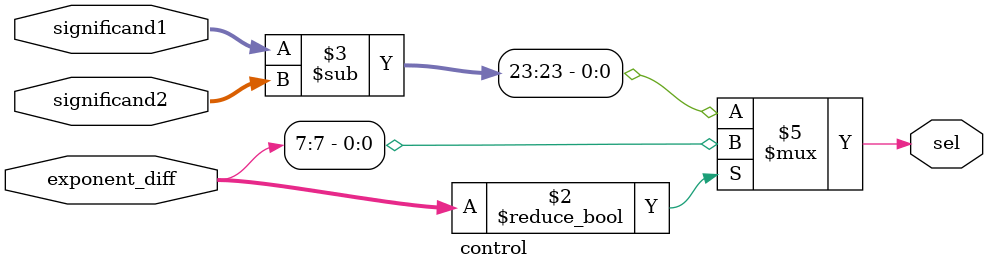
<source format=v>

module control  (input [24:0] significand1, input [24:0] significand2, input [7:0] exponent_diff, output reg sel);
	
reg [23:0] significand_diff;



always @(*) begin 
	if(exponent_diff != 0) begin
		sel = exponent_diff[7];
	end

	else  begin
		significand_diff = significand1 - significand2;
		sel = significand_diff[23];
	end
		
end

endmodule
</source>
